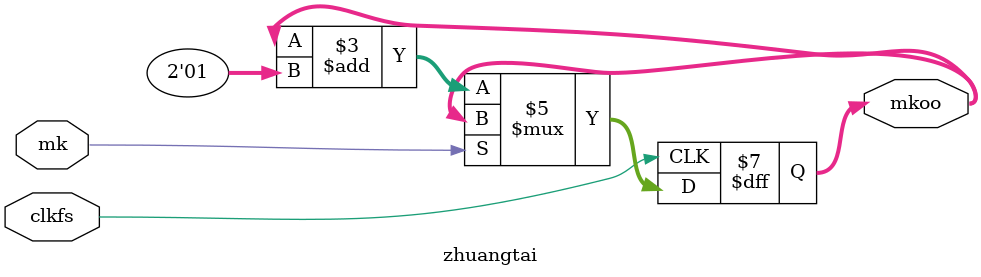
<source format=v>

module zhuangtai(mk,clkfs,mkoo);//（mkoo4种模式）正常计时.跑表.调时，闹钟
input clkfs;
input mk;

output [1:0]mkoo;//用做模块之间的连接
reg [1:0]mkoo;//存储模式选择


always @(posedge clkfs)
begin
	if(mk==0)
		begin
			mkoo=mkoo+2'b01;
		end
end
endmodule
</source>
